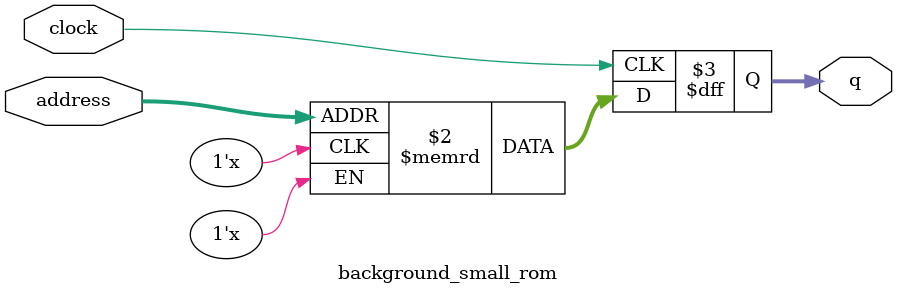
<source format=sv>
module background_small_rom (
	input logic clock,
	input logic [16:0] address,
	output logic [3:0] q
);

(* ram_init_file = "./background_small/background_small.mif" *) reg [3:0] memory [0:76799];

always_ff @ (posedge clock) begin
	q <= memory[address];
end

endmodule
</source>
